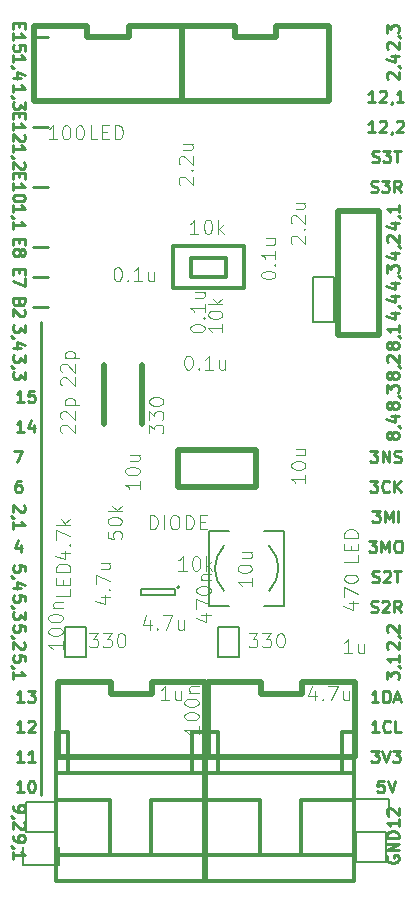
<source format=gbr>
G04 #@! TF.FileFunction,Legend,Top*
%FSLAX46Y46*%
G04 Gerber Fmt 4.6, Leading zero omitted, Abs format (unit mm)*
G04 Created by KiCad (PCBNEW 4.0.5) date 01/02/17 01:45:52*
%MOMM*%
%LPD*%
G01*
G04 APERTURE LIST*
%ADD10C,0.100000*%
%ADD11C,0.250000*%
%ADD12C,0.500000*%
%ADD13C,0.150000*%
%ADD14C,0.300000*%
%ADD15C,0.101600*%
G04 APERTURE END LIST*
D10*
D11*
X5080000Y-25400000D02*
X5080000Y-65405000D01*
X4445000Y-1270000D02*
X5715000Y-1270000D01*
X4445000Y-8890000D02*
X5715000Y-8890000D01*
X4445000Y-13970000D02*
X5715000Y-13970000D01*
X4445000Y-19050000D02*
X5715000Y-19050000D01*
X4445000Y-21590000D02*
X5715000Y-21590000D01*
X4445000Y-24130000D02*
X5715000Y-24130000D01*
X34425000Y-70611904D02*
X34377381Y-70707142D01*
X34377381Y-70849999D01*
X34425000Y-70992857D01*
X34520238Y-71088095D01*
X34615476Y-71135714D01*
X34805952Y-71183333D01*
X34948810Y-71183333D01*
X35139286Y-71135714D01*
X35234524Y-71088095D01*
X35329762Y-70992857D01*
X35377381Y-70849999D01*
X35377381Y-70754761D01*
X35329762Y-70611904D01*
X35282143Y-70564285D01*
X34948810Y-70564285D01*
X34948810Y-70754761D01*
X35377381Y-70135714D02*
X34377381Y-70135714D01*
X35377381Y-69564285D01*
X34377381Y-69564285D01*
X35377381Y-69088095D02*
X34377381Y-69088095D01*
X34377381Y-68850000D01*
X34425000Y-68707142D01*
X34520238Y-68611904D01*
X34615476Y-68564285D01*
X34805952Y-68516666D01*
X34948810Y-68516666D01*
X35139286Y-68564285D01*
X35234524Y-68611904D01*
X35329762Y-68707142D01*
X35377381Y-68850000D01*
X35377381Y-69088095D01*
X35377381Y-67500476D02*
X35377381Y-68071905D01*
X35377381Y-67786191D02*
X34377381Y-67786191D01*
X34520238Y-67881429D01*
X34615476Y-67976667D01*
X34663095Y-68071905D01*
X34472619Y-67119524D02*
X34425000Y-67071905D01*
X34377381Y-66976667D01*
X34377381Y-66738571D01*
X34425000Y-66643333D01*
X34472619Y-66595714D01*
X34567857Y-66548095D01*
X34663095Y-66548095D01*
X34805952Y-66595714D01*
X35377381Y-67167143D01*
X35377381Y-66548095D01*
X34099524Y-64222381D02*
X33623333Y-64222381D01*
X33575714Y-64698571D01*
X33623333Y-64650952D01*
X33718571Y-64603333D01*
X33956667Y-64603333D01*
X34051905Y-64650952D01*
X34099524Y-64698571D01*
X34147143Y-64793810D01*
X34147143Y-65031905D01*
X34099524Y-65127143D01*
X34051905Y-65174762D01*
X33956667Y-65222381D01*
X33718571Y-65222381D01*
X33623333Y-65174762D01*
X33575714Y-65127143D01*
X34432857Y-64222381D02*
X34766190Y-65222381D01*
X35099524Y-64222381D01*
X33051905Y-61682381D02*
X33670953Y-61682381D01*
X33337619Y-62063333D01*
X33480477Y-62063333D01*
X33575715Y-62110952D01*
X33623334Y-62158571D01*
X33670953Y-62253810D01*
X33670953Y-62491905D01*
X33623334Y-62587143D01*
X33575715Y-62634762D01*
X33480477Y-62682381D01*
X33194762Y-62682381D01*
X33099524Y-62634762D01*
X33051905Y-62587143D01*
X33956667Y-61682381D02*
X34290000Y-62682381D01*
X34623334Y-61682381D01*
X34861429Y-61682381D02*
X35480477Y-61682381D01*
X35147143Y-62063333D01*
X35290001Y-62063333D01*
X35385239Y-62110952D01*
X35432858Y-62158571D01*
X35480477Y-62253810D01*
X35480477Y-62491905D01*
X35432858Y-62587143D01*
X35385239Y-62634762D01*
X35290001Y-62682381D01*
X35004286Y-62682381D01*
X34909048Y-62634762D01*
X34861429Y-62587143D01*
X33670953Y-60142381D02*
X33099524Y-60142381D01*
X33385238Y-60142381D02*
X33385238Y-59142381D01*
X33290000Y-59285238D01*
X33194762Y-59380476D01*
X33099524Y-59428095D01*
X34670953Y-60047143D02*
X34623334Y-60094762D01*
X34480477Y-60142381D01*
X34385239Y-60142381D01*
X34242381Y-60094762D01*
X34147143Y-59999524D01*
X34099524Y-59904286D01*
X34051905Y-59713810D01*
X34051905Y-59570952D01*
X34099524Y-59380476D01*
X34147143Y-59285238D01*
X34242381Y-59190000D01*
X34385239Y-59142381D01*
X34480477Y-59142381D01*
X34623334Y-59190000D01*
X34670953Y-59237619D01*
X35575715Y-60142381D02*
X35099524Y-60142381D01*
X35099524Y-59142381D01*
X33647143Y-57602381D02*
X33075714Y-57602381D01*
X33361428Y-57602381D02*
X33361428Y-56602381D01*
X33266190Y-56745238D01*
X33170952Y-56840476D01*
X33075714Y-56888095D01*
X34075714Y-57602381D02*
X34075714Y-56602381D01*
X34313809Y-56602381D01*
X34456667Y-56650000D01*
X34551905Y-56745238D01*
X34599524Y-56840476D01*
X34647143Y-57030952D01*
X34647143Y-57173810D01*
X34599524Y-57364286D01*
X34551905Y-57459524D01*
X34456667Y-57554762D01*
X34313809Y-57602381D01*
X34075714Y-57602381D01*
X35028095Y-57316667D02*
X35504286Y-57316667D01*
X34932857Y-57602381D02*
X35266190Y-56602381D01*
X35599524Y-57602381D01*
X34377381Y-55657619D02*
X34377381Y-55038571D01*
X34758333Y-55371905D01*
X34758333Y-55229047D01*
X34805952Y-55133809D01*
X34853571Y-55086190D01*
X34948810Y-55038571D01*
X35186905Y-55038571D01*
X35282143Y-55086190D01*
X35329762Y-55133809D01*
X35377381Y-55229047D01*
X35377381Y-55514762D01*
X35329762Y-55610000D01*
X35282143Y-55657619D01*
X35329762Y-54562381D02*
X35377381Y-54562381D01*
X35472619Y-54610000D01*
X35520238Y-54657619D01*
X35377381Y-53610000D02*
X35377381Y-54181429D01*
X35377381Y-53895715D02*
X34377381Y-53895715D01*
X34520238Y-53990953D01*
X34615476Y-54086191D01*
X34663095Y-54181429D01*
X34472619Y-53070000D02*
X34425000Y-53022381D01*
X34377381Y-52927143D01*
X34377381Y-52689047D01*
X34425000Y-52593809D01*
X34472619Y-52546190D01*
X34567857Y-52498571D01*
X34663095Y-52498571D01*
X34805952Y-52546190D01*
X35377381Y-53117619D01*
X35377381Y-52498571D01*
X35329762Y-52022381D02*
X35377381Y-52022381D01*
X35472619Y-52070000D01*
X35520238Y-52117619D01*
X34472619Y-51641429D02*
X34425000Y-51593810D01*
X34377381Y-51498572D01*
X34377381Y-51260476D01*
X34425000Y-51165238D01*
X34472619Y-51117619D01*
X34567857Y-51070000D01*
X34663095Y-51070000D01*
X34805952Y-51117619D01*
X35377381Y-51689048D01*
X35377381Y-51070000D01*
X33028095Y-49934762D02*
X33170952Y-49982381D01*
X33409048Y-49982381D01*
X33504286Y-49934762D01*
X33551905Y-49887143D01*
X33599524Y-49791905D01*
X33599524Y-49696667D01*
X33551905Y-49601429D01*
X33504286Y-49553810D01*
X33409048Y-49506190D01*
X33218571Y-49458571D01*
X33123333Y-49410952D01*
X33075714Y-49363333D01*
X33028095Y-49268095D01*
X33028095Y-49172857D01*
X33075714Y-49077619D01*
X33123333Y-49030000D01*
X33218571Y-48982381D01*
X33456667Y-48982381D01*
X33599524Y-49030000D01*
X33980476Y-49077619D02*
X34028095Y-49030000D01*
X34123333Y-48982381D01*
X34361429Y-48982381D01*
X34456667Y-49030000D01*
X34504286Y-49077619D01*
X34551905Y-49172857D01*
X34551905Y-49268095D01*
X34504286Y-49410952D01*
X33932857Y-49982381D01*
X34551905Y-49982381D01*
X35551905Y-49982381D02*
X35218571Y-49506190D01*
X34980476Y-49982381D02*
X34980476Y-48982381D01*
X35361429Y-48982381D01*
X35456667Y-49030000D01*
X35504286Y-49077619D01*
X35551905Y-49172857D01*
X35551905Y-49315714D01*
X35504286Y-49410952D01*
X35456667Y-49458571D01*
X35361429Y-49506190D01*
X34980476Y-49506190D01*
X33147143Y-47394762D02*
X33290000Y-47442381D01*
X33528096Y-47442381D01*
X33623334Y-47394762D01*
X33670953Y-47347143D01*
X33718572Y-47251905D01*
X33718572Y-47156667D01*
X33670953Y-47061429D01*
X33623334Y-47013810D01*
X33528096Y-46966190D01*
X33337619Y-46918571D01*
X33242381Y-46870952D01*
X33194762Y-46823333D01*
X33147143Y-46728095D01*
X33147143Y-46632857D01*
X33194762Y-46537619D01*
X33242381Y-46490000D01*
X33337619Y-46442381D01*
X33575715Y-46442381D01*
X33718572Y-46490000D01*
X34099524Y-46537619D02*
X34147143Y-46490000D01*
X34242381Y-46442381D01*
X34480477Y-46442381D01*
X34575715Y-46490000D01*
X34623334Y-46537619D01*
X34670953Y-46632857D01*
X34670953Y-46728095D01*
X34623334Y-46870952D01*
X34051905Y-47442381D01*
X34670953Y-47442381D01*
X34956667Y-46442381D02*
X35528096Y-46442381D01*
X35242381Y-47442381D02*
X35242381Y-46442381D01*
X32861429Y-43902381D02*
X33480477Y-43902381D01*
X33147143Y-44283333D01*
X33290001Y-44283333D01*
X33385239Y-44330952D01*
X33432858Y-44378571D01*
X33480477Y-44473810D01*
X33480477Y-44711905D01*
X33432858Y-44807143D01*
X33385239Y-44854762D01*
X33290001Y-44902381D01*
X33004286Y-44902381D01*
X32909048Y-44854762D01*
X32861429Y-44807143D01*
X33909048Y-44902381D02*
X33909048Y-43902381D01*
X34242382Y-44616667D01*
X34575715Y-43902381D01*
X34575715Y-44902381D01*
X35242381Y-43902381D02*
X35432858Y-43902381D01*
X35528096Y-43950000D01*
X35623334Y-44045238D01*
X35670953Y-44235714D01*
X35670953Y-44569048D01*
X35623334Y-44759524D01*
X35528096Y-44854762D01*
X35432858Y-44902381D01*
X35242381Y-44902381D01*
X35147143Y-44854762D01*
X35051905Y-44759524D01*
X35004286Y-44569048D01*
X35004286Y-44235714D01*
X35051905Y-44045238D01*
X35147143Y-43950000D01*
X35242381Y-43902381D01*
X33147143Y-41362381D02*
X33766191Y-41362381D01*
X33432857Y-41743333D01*
X33575715Y-41743333D01*
X33670953Y-41790952D01*
X33718572Y-41838571D01*
X33766191Y-41933810D01*
X33766191Y-42171905D01*
X33718572Y-42267143D01*
X33670953Y-42314762D01*
X33575715Y-42362381D01*
X33290000Y-42362381D01*
X33194762Y-42314762D01*
X33147143Y-42267143D01*
X34194762Y-42362381D02*
X34194762Y-41362381D01*
X34528096Y-42076667D01*
X34861429Y-41362381D01*
X34861429Y-42362381D01*
X35337619Y-42362381D02*
X35337619Y-41362381D01*
X32956667Y-38822381D02*
X33575715Y-38822381D01*
X33242381Y-39203333D01*
X33385239Y-39203333D01*
X33480477Y-39250952D01*
X33528096Y-39298571D01*
X33575715Y-39393810D01*
X33575715Y-39631905D01*
X33528096Y-39727143D01*
X33480477Y-39774762D01*
X33385239Y-39822381D01*
X33099524Y-39822381D01*
X33004286Y-39774762D01*
X32956667Y-39727143D01*
X34575715Y-39727143D02*
X34528096Y-39774762D01*
X34385239Y-39822381D01*
X34290001Y-39822381D01*
X34147143Y-39774762D01*
X34051905Y-39679524D01*
X34004286Y-39584286D01*
X33956667Y-39393810D01*
X33956667Y-39250952D01*
X34004286Y-39060476D01*
X34051905Y-38965238D01*
X34147143Y-38870000D01*
X34290001Y-38822381D01*
X34385239Y-38822381D01*
X34528096Y-38870000D01*
X34575715Y-38917619D01*
X35004286Y-39822381D02*
X35004286Y-38822381D01*
X35575715Y-39822381D02*
X35147143Y-39250952D01*
X35575715Y-38822381D02*
X35004286Y-39393810D01*
X32956667Y-36282381D02*
X33575715Y-36282381D01*
X33242381Y-36663333D01*
X33385239Y-36663333D01*
X33480477Y-36710952D01*
X33528096Y-36758571D01*
X33575715Y-36853810D01*
X33575715Y-37091905D01*
X33528096Y-37187143D01*
X33480477Y-37234762D01*
X33385239Y-37282381D01*
X33099524Y-37282381D01*
X33004286Y-37234762D01*
X32956667Y-37187143D01*
X34004286Y-37282381D02*
X34004286Y-36282381D01*
X34575715Y-37282381D01*
X34575715Y-36282381D01*
X35004286Y-37234762D02*
X35147143Y-37282381D01*
X35385239Y-37282381D01*
X35480477Y-37234762D01*
X35528096Y-37187143D01*
X35575715Y-37091905D01*
X35575715Y-36996667D01*
X35528096Y-36901429D01*
X35480477Y-36853810D01*
X35385239Y-36806190D01*
X35194762Y-36758571D01*
X35099524Y-36710952D01*
X35051905Y-36663333D01*
X35004286Y-36568095D01*
X35004286Y-36472857D01*
X35051905Y-36377619D01*
X35099524Y-36330000D01*
X35194762Y-36282381D01*
X35432858Y-36282381D01*
X35575715Y-36330000D01*
X34805952Y-35099524D02*
X34758333Y-35194762D01*
X34710714Y-35242381D01*
X34615476Y-35290000D01*
X34567857Y-35290000D01*
X34472619Y-35242381D01*
X34425000Y-35194762D01*
X34377381Y-35099524D01*
X34377381Y-34909047D01*
X34425000Y-34813809D01*
X34472619Y-34766190D01*
X34567857Y-34718571D01*
X34615476Y-34718571D01*
X34710714Y-34766190D01*
X34758333Y-34813809D01*
X34805952Y-34909047D01*
X34805952Y-35099524D01*
X34853571Y-35194762D01*
X34901190Y-35242381D01*
X34996429Y-35290000D01*
X35186905Y-35290000D01*
X35282143Y-35242381D01*
X35329762Y-35194762D01*
X35377381Y-35099524D01*
X35377381Y-34909047D01*
X35329762Y-34813809D01*
X35282143Y-34766190D01*
X35186905Y-34718571D01*
X34996429Y-34718571D01*
X34901190Y-34766190D01*
X34853571Y-34813809D01*
X34805952Y-34909047D01*
X35329762Y-34242381D02*
X35377381Y-34242381D01*
X35472619Y-34290000D01*
X35520238Y-34337619D01*
X34710714Y-33385238D02*
X35377381Y-33385238D01*
X34329762Y-33623334D02*
X35044048Y-33861429D01*
X35044048Y-33242381D01*
X34805952Y-32559524D02*
X34758333Y-32654762D01*
X34710714Y-32702381D01*
X34615476Y-32750000D01*
X34567857Y-32750000D01*
X34472619Y-32702381D01*
X34425000Y-32654762D01*
X34377381Y-32559524D01*
X34377381Y-32369047D01*
X34425000Y-32273809D01*
X34472619Y-32226190D01*
X34567857Y-32178571D01*
X34615476Y-32178571D01*
X34710714Y-32226190D01*
X34758333Y-32273809D01*
X34805952Y-32369047D01*
X34805952Y-32559524D01*
X34853571Y-32654762D01*
X34901190Y-32702381D01*
X34996429Y-32750000D01*
X35186905Y-32750000D01*
X35282143Y-32702381D01*
X35329762Y-32654762D01*
X35377381Y-32559524D01*
X35377381Y-32369047D01*
X35329762Y-32273809D01*
X35282143Y-32226190D01*
X35186905Y-32178571D01*
X34996429Y-32178571D01*
X34901190Y-32226190D01*
X34853571Y-32273809D01*
X34805952Y-32369047D01*
X35329762Y-31702381D02*
X35377381Y-31702381D01*
X35472619Y-31750000D01*
X35520238Y-31797619D01*
X34377381Y-31369048D02*
X34377381Y-30750000D01*
X34758333Y-31083334D01*
X34758333Y-30940476D01*
X34805952Y-30845238D01*
X34853571Y-30797619D01*
X34948810Y-30750000D01*
X35186905Y-30750000D01*
X35282143Y-30797619D01*
X35329762Y-30845238D01*
X35377381Y-30940476D01*
X35377381Y-31226191D01*
X35329762Y-31321429D01*
X35282143Y-31369048D01*
X34805952Y-30019524D02*
X34758333Y-30114762D01*
X34710714Y-30162381D01*
X34615476Y-30210000D01*
X34567857Y-30210000D01*
X34472619Y-30162381D01*
X34425000Y-30114762D01*
X34377381Y-30019524D01*
X34377381Y-29829047D01*
X34425000Y-29733809D01*
X34472619Y-29686190D01*
X34567857Y-29638571D01*
X34615476Y-29638571D01*
X34710714Y-29686190D01*
X34758333Y-29733809D01*
X34805952Y-29829047D01*
X34805952Y-30019524D01*
X34853571Y-30114762D01*
X34901190Y-30162381D01*
X34996429Y-30210000D01*
X35186905Y-30210000D01*
X35282143Y-30162381D01*
X35329762Y-30114762D01*
X35377381Y-30019524D01*
X35377381Y-29829047D01*
X35329762Y-29733809D01*
X35282143Y-29686190D01*
X35186905Y-29638571D01*
X34996429Y-29638571D01*
X34901190Y-29686190D01*
X34853571Y-29733809D01*
X34805952Y-29829047D01*
X35329762Y-29162381D02*
X35377381Y-29162381D01*
X35472619Y-29210000D01*
X35520238Y-29257619D01*
X34472619Y-28781429D02*
X34425000Y-28733810D01*
X34377381Y-28638572D01*
X34377381Y-28400476D01*
X34425000Y-28305238D01*
X34472619Y-28257619D01*
X34567857Y-28210000D01*
X34663095Y-28210000D01*
X34805952Y-28257619D01*
X35377381Y-28829048D01*
X35377381Y-28210000D01*
X34805952Y-27479524D02*
X34758333Y-27574762D01*
X34710714Y-27622381D01*
X34615476Y-27670000D01*
X34567857Y-27670000D01*
X34472619Y-27622381D01*
X34425000Y-27574762D01*
X34377381Y-27479524D01*
X34377381Y-27289047D01*
X34425000Y-27193809D01*
X34472619Y-27146190D01*
X34567857Y-27098571D01*
X34615476Y-27098571D01*
X34710714Y-27146190D01*
X34758333Y-27193809D01*
X34805952Y-27289047D01*
X34805952Y-27479524D01*
X34853571Y-27574762D01*
X34901190Y-27622381D01*
X34996429Y-27670000D01*
X35186905Y-27670000D01*
X35282143Y-27622381D01*
X35329762Y-27574762D01*
X35377381Y-27479524D01*
X35377381Y-27289047D01*
X35329762Y-27193809D01*
X35282143Y-27146190D01*
X35186905Y-27098571D01*
X34996429Y-27098571D01*
X34901190Y-27146190D01*
X34853571Y-27193809D01*
X34805952Y-27289047D01*
X35329762Y-26622381D02*
X35377381Y-26622381D01*
X35472619Y-26670000D01*
X35520238Y-26717619D01*
X35377381Y-25670000D02*
X35377381Y-26241429D01*
X35377381Y-25955715D02*
X34377381Y-25955715D01*
X34520238Y-26050953D01*
X34615476Y-26146191D01*
X34663095Y-26241429D01*
X34710714Y-24653809D02*
X35377381Y-24653809D01*
X34329762Y-24891905D02*
X35044048Y-25130000D01*
X35044048Y-24510952D01*
X35329762Y-24082381D02*
X35377381Y-24082381D01*
X35472619Y-24130000D01*
X35520238Y-24177619D01*
X34710714Y-23225238D02*
X35377381Y-23225238D01*
X34329762Y-23463334D02*
X35044048Y-23701429D01*
X35044048Y-23082381D01*
X34710714Y-22113809D02*
X35377381Y-22113809D01*
X34329762Y-22351905D02*
X35044048Y-22590000D01*
X35044048Y-21970952D01*
X35329762Y-21542381D02*
X35377381Y-21542381D01*
X35472619Y-21590000D01*
X35520238Y-21637619D01*
X34377381Y-21209048D02*
X34377381Y-20590000D01*
X34758333Y-20923334D01*
X34758333Y-20780476D01*
X34805952Y-20685238D01*
X34853571Y-20637619D01*
X34948810Y-20590000D01*
X35186905Y-20590000D01*
X35282143Y-20637619D01*
X35329762Y-20685238D01*
X35377381Y-20780476D01*
X35377381Y-21066191D01*
X35329762Y-21161429D01*
X35282143Y-21209048D01*
X34710714Y-19573809D02*
X35377381Y-19573809D01*
X34329762Y-19811905D02*
X35044048Y-20050000D01*
X35044048Y-19430952D01*
X35329762Y-19002381D02*
X35377381Y-19002381D01*
X35472619Y-19050000D01*
X35520238Y-19097619D01*
X34472619Y-18621429D02*
X34425000Y-18573810D01*
X34377381Y-18478572D01*
X34377381Y-18240476D01*
X34425000Y-18145238D01*
X34472619Y-18097619D01*
X34567857Y-18050000D01*
X34663095Y-18050000D01*
X34805952Y-18097619D01*
X35377381Y-18669048D01*
X35377381Y-18050000D01*
X34710714Y-17033809D02*
X35377381Y-17033809D01*
X34329762Y-17271905D02*
X35044048Y-17510000D01*
X35044048Y-16890952D01*
X35329762Y-16462381D02*
X35377381Y-16462381D01*
X35472619Y-16510000D01*
X35520238Y-16557619D01*
X35377381Y-15510000D02*
X35377381Y-16081429D01*
X35377381Y-15795715D02*
X34377381Y-15795715D01*
X34520238Y-15890953D01*
X34615476Y-15986191D01*
X34663095Y-16081429D01*
X33028095Y-14374762D02*
X33170952Y-14422381D01*
X33409048Y-14422381D01*
X33504286Y-14374762D01*
X33551905Y-14327143D01*
X33599524Y-14231905D01*
X33599524Y-14136667D01*
X33551905Y-14041429D01*
X33504286Y-13993810D01*
X33409048Y-13946190D01*
X33218571Y-13898571D01*
X33123333Y-13850952D01*
X33075714Y-13803333D01*
X33028095Y-13708095D01*
X33028095Y-13612857D01*
X33075714Y-13517619D01*
X33123333Y-13470000D01*
X33218571Y-13422381D01*
X33456667Y-13422381D01*
X33599524Y-13470000D01*
X33932857Y-13422381D02*
X34551905Y-13422381D01*
X34218571Y-13803333D01*
X34361429Y-13803333D01*
X34456667Y-13850952D01*
X34504286Y-13898571D01*
X34551905Y-13993810D01*
X34551905Y-14231905D01*
X34504286Y-14327143D01*
X34456667Y-14374762D01*
X34361429Y-14422381D01*
X34075714Y-14422381D01*
X33980476Y-14374762D01*
X33932857Y-14327143D01*
X35551905Y-14422381D02*
X35218571Y-13946190D01*
X34980476Y-14422381D02*
X34980476Y-13422381D01*
X35361429Y-13422381D01*
X35456667Y-13470000D01*
X35504286Y-13517619D01*
X35551905Y-13612857D01*
X35551905Y-13755714D01*
X35504286Y-13850952D01*
X35456667Y-13898571D01*
X35361429Y-13946190D01*
X34980476Y-13946190D01*
X33147143Y-11834762D02*
X33290000Y-11882381D01*
X33528096Y-11882381D01*
X33623334Y-11834762D01*
X33670953Y-11787143D01*
X33718572Y-11691905D01*
X33718572Y-11596667D01*
X33670953Y-11501429D01*
X33623334Y-11453810D01*
X33528096Y-11406190D01*
X33337619Y-11358571D01*
X33242381Y-11310952D01*
X33194762Y-11263333D01*
X33147143Y-11168095D01*
X33147143Y-11072857D01*
X33194762Y-10977619D01*
X33242381Y-10930000D01*
X33337619Y-10882381D01*
X33575715Y-10882381D01*
X33718572Y-10930000D01*
X34051905Y-10882381D02*
X34670953Y-10882381D01*
X34337619Y-11263333D01*
X34480477Y-11263333D01*
X34575715Y-11310952D01*
X34623334Y-11358571D01*
X34670953Y-11453810D01*
X34670953Y-11691905D01*
X34623334Y-11787143D01*
X34575715Y-11834762D01*
X34480477Y-11882381D01*
X34194762Y-11882381D01*
X34099524Y-11834762D01*
X34051905Y-11787143D01*
X34956667Y-10882381D02*
X35528096Y-10882381D01*
X35242381Y-11882381D02*
X35242381Y-10882381D01*
X33385239Y-9342381D02*
X32813810Y-9342381D01*
X33099524Y-9342381D02*
X33099524Y-8342381D01*
X33004286Y-8485238D01*
X32909048Y-8580476D01*
X32813810Y-8628095D01*
X33766191Y-8437619D02*
X33813810Y-8390000D01*
X33909048Y-8342381D01*
X34147144Y-8342381D01*
X34242382Y-8390000D01*
X34290001Y-8437619D01*
X34337620Y-8532857D01*
X34337620Y-8628095D01*
X34290001Y-8770952D01*
X33718572Y-9342381D01*
X34337620Y-9342381D01*
X34813810Y-9294762D02*
X34813810Y-9342381D01*
X34766191Y-9437619D01*
X34718572Y-9485238D01*
X35194762Y-8437619D02*
X35242381Y-8390000D01*
X35337619Y-8342381D01*
X35575715Y-8342381D01*
X35670953Y-8390000D01*
X35718572Y-8437619D01*
X35766191Y-8532857D01*
X35766191Y-8628095D01*
X35718572Y-8770952D01*
X35147143Y-9342381D01*
X35766191Y-9342381D01*
X33385239Y-6802381D02*
X32813810Y-6802381D01*
X33099524Y-6802381D02*
X33099524Y-5802381D01*
X33004286Y-5945238D01*
X32909048Y-6040476D01*
X32813810Y-6088095D01*
X33766191Y-5897619D02*
X33813810Y-5850000D01*
X33909048Y-5802381D01*
X34147144Y-5802381D01*
X34242382Y-5850000D01*
X34290001Y-5897619D01*
X34337620Y-5992857D01*
X34337620Y-6088095D01*
X34290001Y-6230952D01*
X33718572Y-6802381D01*
X34337620Y-6802381D01*
X34813810Y-6754762D02*
X34813810Y-6802381D01*
X34766191Y-6897619D01*
X34718572Y-6945238D01*
X35766191Y-6802381D02*
X35194762Y-6802381D01*
X35480476Y-6802381D02*
X35480476Y-5802381D01*
X35385238Y-5945238D01*
X35290000Y-6040476D01*
X35194762Y-6088095D01*
X34472619Y-4810000D02*
X34425000Y-4762381D01*
X34377381Y-4667143D01*
X34377381Y-4429047D01*
X34425000Y-4333809D01*
X34472619Y-4286190D01*
X34567857Y-4238571D01*
X34663095Y-4238571D01*
X34805952Y-4286190D01*
X35377381Y-4857619D01*
X35377381Y-4238571D01*
X35329762Y-3762381D02*
X35377381Y-3762381D01*
X35472619Y-3810000D01*
X35520238Y-3857619D01*
X34710714Y-2905238D02*
X35377381Y-2905238D01*
X34329762Y-3143334D02*
X35044048Y-3381429D01*
X35044048Y-2762381D01*
X34472619Y-2270000D02*
X34425000Y-2222381D01*
X34377381Y-2127143D01*
X34377381Y-1889047D01*
X34425000Y-1793809D01*
X34472619Y-1746190D01*
X34567857Y-1698571D01*
X34663095Y-1698571D01*
X34805952Y-1746190D01*
X35377381Y-2317619D01*
X35377381Y-1698571D01*
X35329762Y-1222381D02*
X35377381Y-1222381D01*
X35472619Y-1270000D01*
X35520238Y-1317619D01*
X34377381Y-889048D02*
X34377381Y-270000D01*
X34758333Y-603334D01*
X34758333Y-460476D01*
X34805952Y-365238D01*
X34853571Y-317619D01*
X34948810Y-270000D01*
X35186905Y-270000D01*
X35282143Y-317619D01*
X35329762Y-365238D01*
X35377381Y-460476D01*
X35377381Y-746191D01*
X35329762Y-841429D01*
X35282143Y-889048D01*
X2722619Y-66405238D02*
X2722619Y-66595714D01*
X2770238Y-66690953D01*
X2817857Y-66738572D01*
X2960714Y-66833810D01*
X3151190Y-66881429D01*
X3532143Y-66881429D01*
X3627381Y-66833810D01*
X3675000Y-66786191D01*
X3722619Y-66690953D01*
X3722619Y-66500476D01*
X3675000Y-66405238D01*
X3627381Y-66357619D01*
X3532143Y-66310000D01*
X3294048Y-66310000D01*
X3198810Y-66357619D01*
X3151190Y-66405238D01*
X3103571Y-66500476D01*
X3103571Y-66690953D01*
X3151190Y-66786191D01*
X3198810Y-66833810D01*
X3294048Y-66881429D01*
X2770238Y-67357619D02*
X2722619Y-67357619D01*
X2627381Y-67310000D01*
X2579762Y-67262381D01*
X3627381Y-67738571D02*
X3675000Y-67786190D01*
X3722619Y-67881428D01*
X3722619Y-68119524D01*
X3675000Y-68214762D01*
X3627381Y-68262381D01*
X3532143Y-68310000D01*
X3436905Y-68310000D01*
X3294048Y-68262381D01*
X2722619Y-67690952D01*
X2722619Y-68310000D01*
X2722619Y-68945238D02*
X2722619Y-69135714D01*
X2770238Y-69230953D01*
X2817857Y-69278572D01*
X2960714Y-69373810D01*
X3151190Y-69421429D01*
X3532143Y-69421429D01*
X3627381Y-69373810D01*
X3675000Y-69326191D01*
X3722619Y-69230953D01*
X3722619Y-69040476D01*
X3675000Y-68945238D01*
X3627381Y-68897619D01*
X3532143Y-68850000D01*
X3294048Y-68850000D01*
X3198810Y-68897619D01*
X3151190Y-68945238D01*
X3103571Y-69040476D01*
X3103571Y-69230953D01*
X3151190Y-69326191D01*
X3198810Y-69373810D01*
X3294048Y-69421429D01*
X2770238Y-69897619D02*
X2722619Y-69897619D01*
X2627381Y-69850000D01*
X2579762Y-69802381D01*
X2722619Y-70850000D02*
X2722619Y-70278571D01*
X2722619Y-70564285D02*
X3722619Y-70564285D01*
X3579762Y-70469047D01*
X3484524Y-70373809D01*
X3436905Y-70278571D01*
X3619524Y-65222381D02*
X3048095Y-65222381D01*
X3333809Y-65222381D02*
X3333809Y-64222381D01*
X3238571Y-64365238D01*
X3143333Y-64460476D01*
X3048095Y-64508095D01*
X4238571Y-64222381D02*
X4333810Y-64222381D01*
X4429048Y-64270000D01*
X4476667Y-64317619D01*
X4524286Y-64412857D01*
X4571905Y-64603333D01*
X4571905Y-64841429D01*
X4524286Y-65031905D01*
X4476667Y-65127143D01*
X4429048Y-65174762D01*
X4333810Y-65222381D01*
X4238571Y-65222381D01*
X4143333Y-65174762D01*
X4095714Y-65127143D01*
X4048095Y-65031905D01*
X4000476Y-64841429D01*
X4000476Y-64603333D01*
X4048095Y-64412857D01*
X4095714Y-64317619D01*
X4143333Y-64270000D01*
X4238571Y-64222381D01*
X3619524Y-62682381D02*
X3048095Y-62682381D01*
X3333809Y-62682381D02*
X3333809Y-61682381D01*
X3238571Y-61825238D01*
X3143333Y-61920476D01*
X3048095Y-61968095D01*
X4571905Y-62682381D02*
X4000476Y-62682381D01*
X4286190Y-62682381D02*
X4286190Y-61682381D01*
X4190952Y-61825238D01*
X4095714Y-61920476D01*
X4000476Y-61968095D01*
X3619524Y-60142381D02*
X3048095Y-60142381D01*
X3333809Y-60142381D02*
X3333809Y-59142381D01*
X3238571Y-59285238D01*
X3143333Y-59380476D01*
X3048095Y-59428095D01*
X4000476Y-59237619D02*
X4048095Y-59190000D01*
X4143333Y-59142381D01*
X4381429Y-59142381D01*
X4476667Y-59190000D01*
X4524286Y-59237619D01*
X4571905Y-59332857D01*
X4571905Y-59428095D01*
X4524286Y-59570952D01*
X3952857Y-60142381D01*
X4571905Y-60142381D01*
X3619524Y-57602381D02*
X3048095Y-57602381D01*
X3333809Y-57602381D02*
X3333809Y-56602381D01*
X3238571Y-56745238D01*
X3143333Y-56840476D01*
X3048095Y-56888095D01*
X3952857Y-56602381D02*
X4571905Y-56602381D01*
X4238571Y-56983333D01*
X4381429Y-56983333D01*
X4476667Y-57030952D01*
X4524286Y-57078571D01*
X4571905Y-57173810D01*
X4571905Y-57411905D01*
X4524286Y-57507143D01*
X4476667Y-57554762D01*
X4381429Y-57602381D01*
X4095714Y-57602381D01*
X4000476Y-57554762D01*
X3952857Y-57507143D01*
X3722619Y-54133810D02*
X3722619Y-53657619D01*
X3246429Y-53610000D01*
X3294048Y-53657619D01*
X3341667Y-53752857D01*
X3341667Y-53990953D01*
X3294048Y-54086191D01*
X3246429Y-54133810D01*
X3151190Y-54181429D01*
X2913095Y-54181429D01*
X2817857Y-54133810D01*
X2770238Y-54086191D01*
X2722619Y-53990953D01*
X2722619Y-53752857D01*
X2770238Y-53657619D01*
X2817857Y-53610000D01*
X2770238Y-54657619D02*
X2722619Y-54657619D01*
X2627381Y-54610000D01*
X2579762Y-54562381D01*
X2722619Y-55610000D02*
X2722619Y-55038571D01*
X2722619Y-55324285D02*
X3722619Y-55324285D01*
X3579762Y-55229047D01*
X3484524Y-55133809D01*
X3436905Y-55038571D01*
X3722619Y-51593810D02*
X3722619Y-51117619D01*
X3246429Y-51070000D01*
X3294048Y-51117619D01*
X3341667Y-51212857D01*
X3341667Y-51450953D01*
X3294048Y-51546191D01*
X3246429Y-51593810D01*
X3151190Y-51641429D01*
X2913095Y-51641429D01*
X2817857Y-51593810D01*
X2770238Y-51546191D01*
X2722619Y-51450953D01*
X2722619Y-51212857D01*
X2770238Y-51117619D01*
X2817857Y-51070000D01*
X2770238Y-52117619D02*
X2722619Y-52117619D01*
X2627381Y-52070000D01*
X2579762Y-52022381D01*
X3627381Y-52498571D02*
X3675000Y-52546190D01*
X3722619Y-52641428D01*
X3722619Y-52879524D01*
X3675000Y-52974762D01*
X3627381Y-53022381D01*
X3532143Y-53070000D01*
X3436905Y-53070000D01*
X3294048Y-53022381D01*
X2722619Y-52450952D01*
X2722619Y-53070000D01*
X3722619Y-49053810D02*
X3722619Y-48577619D01*
X3246429Y-48530000D01*
X3294048Y-48577619D01*
X3341667Y-48672857D01*
X3341667Y-48910953D01*
X3294048Y-49006191D01*
X3246429Y-49053810D01*
X3151190Y-49101429D01*
X2913095Y-49101429D01*
X2817857Y-49053810D01*
X2770238Y-49006191D01*
X2722619Y-48910953D01*
X2722619Y-48672857D01*
X2770238Y-48577619D01*
X2817857Y-48530000D01*
X2770238Y-49577619D02*
X2722619Y-49577619D01*
X2627381Y-49530000D01*
X2579762Y-49482381D01*
X3722619Y-49910952D02*
X3722619Y-50530000D01*
X3341667Y-50196666D01*
X3341667Y-50339524D01*
X3294048Y-50434762D01*
X3246429Y-50482381D01*
X3151190Y-50530000D01*
X2913095Y-50530000D01*
X2817857Y-50482381D01*
X2770238Y-50434762D01*
X2722619Y-50339524D01*
X2722619Y-50053809D01*
X2770238Y-49958571D01*
X2817857Y-49910952D01*
X3722619Y-46513810D02*
X3722619Y-46037619D01*
X3246429Y-45990000D01*
X3294048Y-46037619D01*
X3341667Y-46132857D01*
X3341667Y-46370953D01*
X3294048Y-46466191D01*
X3246429Y-46513810D01*
X3151190Y-46561429D01*
X2913095Y-46561429D01*
X2817857Y-46513810D01*
X2770238Y-46466191D01*
X2722619Y-46370953D01*
X2722619Y-46132857D01*
X2770238Y-46037619D01*
X2817857Y-45990000D01*
X2770238Y-47037619D02*
X2722619Y-47037619D01*
X2627381Y-46990000D01*
X2579762Y-46942381D01*
X3389286Y-47894762D02*
X2722619Y-47894762D01*
X3770238Y-47656666D02*
X3055952Y-47418571D01*
X3055952Y-48037619D01*
X3365477Y-44235714D02*
X3365477Y-44902381D01*
X3127381Y-43854762D02*
X2889286Y-44569048D01*
X3508334Y-44569048D01*
X3627381Y-40910000D02*
X3675000Y-40957619D01*
X3722619Y-41052857D01*
X3722619Y-41290953D01*
X3675000Y-41386191D01*
X3627381Y-41433810D01*
X3532143Y-41481429D01*
X3436905Y-41481429D01*
X3294048Y-41433810D01*
X2722619Y-40862381D01*
X2722619Y-41481429D01*
X2770238Y-41957619D02*
X2722619Y-41957619D01*
X2627381Y-41910000D01*
X2579762Y-41862381D01*
X2722619Y-42910000D02*
X2722619Y-42338571D01*
X2722619Y-42624285D02*
X3722619Y-42624285D01*
X3579762Y-42529047D01*
X3484524Y-42433809D01*
X3436905Y-42338571D01*
X3365477Y-38822381D02*
X3175000Y-38822381D01*
X3079762Y-38870000D01*
X3032143Y-38917619D01*
X2936905Y-39060476D01*
X2889286Y-39250952D01*
X2889286Y-39631905D01*
X2936905Y-39727143D01*
X2984524Y-39774762D01*
X3079762Y-39822381D01*
X3270239Y-39822381D01*
X3365477Y-39774762D01*
X3413096Y-39727143D01*
X3460715Y-39631905D01*
X3460715Y-39393810D01*
X3413096Y-39298571D01*
X3365477Y-39250952D01*
X3270239Y-39203333D01*
X3079762Y-39203333D01*
X2984524Y-39250952D01*
X2936905Y-39298571D01*
X2889286Y-39393810D01*
X2841667Y-36282381D02*
X3508334Y-36282381D01*
X3079762Y-37282381D01*
X3619524Y-34742381D02*
X3048095Y-34742381D01*
X3333809Y-34742381D02*
X3333809Y-33742381D01*
X3238571Y-33885238D01*
X3143333Y-33980476D01*
X3048095Y-34028095D01*
X4476667Y-34075714D02*
X4476667Y-34742381D01*
X4238571Y-33694762D02*
X4000476Y-34409048D01*
X4619524Y-34409048D01*
X3619524Y-32202381D02*
X3048095Y-32202381D01*
X3333809Y-32202381D02*
X3333809Y-31202381D01*
X3238571Y-31345238D01*
X3143333Y-31440476D01*
X3048095Y-31488095D01*
X4524286Y-31202381D02*
X4048095Y-31202381D01*
X4000476Y-31678571D01*
X4048095Y-31630952D01*
X4143333Y-31583333D01*
X4381429Y-31583333D01*
X4476667Y-31630952D01*
X4524286Y-31678571D01*
X4571905Y-31773810D01*
X4571905Y-32011905D01*
X4524286Y-32107143D01*
X4476667Y-32154762D01*
X4381429Y-32202381D01*
X4143333Y-32202381D01*
X4048095Y-32154762D01*
X4000476Y-32107143D01*
X3722619Y-28162381D02*
X3722619Y-28781429D01*
X3341667Y-28448095D01*
X3341667Y-28590953D01*
X3294048Y-28686191D01*
X3246429Y-28733810D01*
X3151190Y-28781429D01*
X2913095Y-28781429D01*
X2817857Y-28733810D01*
X2770238Y-28686191D01*
X2722619Y-28590953D01*
X2722619Y-28305238D01*
X2770238Y-28210000D01*
X2817857Y-28162381D01*
X2770238Y-29257619D02*
X2722619Y-29257619D01*
X2627381Y-29210000D01*
X2579762Y-29162381D01*
X3722619Y-29590952D02*
X3722619Y-30210000D01*
X3341667Y-29876666D01*
X3341667Y-30019524D01*
X3294048Y-30114762D01*
X3246429Y-30162381D01*
X3151190Y-30210000D01*
X2913095Y-30210000D01*
X2817857Y-30162381D01*
X2770238Y-30114762D01*
X2722619Y-30019524D01*
X2722619Y-29733809D01*
X2770238Y-29638571D01*
X2817857Y-29590952D01*
X3722619Y-25622381D02*
X3722619Y-26241429D01*
X3341667Y-25908095D01*
X3341667Y-26050953D01*
X3294048Y-26146191D01*
X3246429Y-26193810D01*
X3151190Y-26241429D01*
X2913095Y-26241429D01*
X2817857Y-26193810D01*
X2770238Y-26146191D01*
X2722619Y-26050953D01*
X2722619Y-25765238D01*
X2770238Y-25670000D01*
X2817857Y-25622381D01*
X2770238Y-26717619D02*
X2722619Y-26717619D01*
X2627381Y-26670000D01*
X2579762Y-26622381D01*
X3389286Y-27574762D02*
X2722619Y-27574762D01*
X3770238Y-27336666D02*
X3055952Y-27098571D01*
X3055952Y-27717619D01*
X3246429Y-23725239D02*
X3198810Y-23868096D01*
X3151190Y-23915715D01*
X3055952Y-23963334D01*
X2913095Y-23963334D01*
X2817857Y-23915715D01*
X2770238Y-23868096D01*
X2722619Y-23772858D01*
X2722619Y-23391905D01*
X3722619Y-23391905D01*
X3722619Y-23725239D01*
X3675000Y-23820477D01*
X3627381Y-23868096D01*
X3532143Y-23915715D01*
X3436905Y-23915715D01*
X3341667Y-23868096D01*
X3294048Y-23820477D01*
X3246429Y-23725239D01*
X3246429Y-23391905D01*
X3627381Y-24344286D02*
X3675000Y-24391905D01*
X3722619Y-24487143D01*
X3722619Y-24725239D01*
X3675000Y-24820477D01*
X3627381Y-24868096D01*
X3532143Y-24915715D01*
X3436905Y-24915715D01*
X3294048Y-24868096D01*
X2722619Y-24296667D01*
X2722619Y-24915715D01*
X3246429Y-20899524D02*
X3246429Y-21232858D01*
X2722619Y-21375715D02*
X2722619Y-20899524D01*
X3722619Y-20899524D01*
X3722619Y-21375715D01*
X3722619Y-21709048D02*
X3722619Y-22375715D01*
X2722619Y-21947143D01*
X3246429Y-18359524D02*
X3246429Y-18692858D01*
X2722619Y-18835715D02*
X2722619Y-18359524D01*
X3722619Y-18359524D01*
X3722619Y-18835715D01*
X3294048Y-19407143D02*
X3341667Y-19311905D01*
X3389286Y-19264286D01*
X3484524Y-19216667D01*
X3532143Y-19216667D01*
X3627381Y-19264286D01*
X3675000Y-19311905D01*
X3722619Y-19407143D01*
X3722619Y-19597620D01*
X3675000Y-19692858D01*
X3627381Y-19740477D01*
X3532143Y-19788096D01*
X3484524Y-19788096D01*
X3389286Y-19740477D01*
X3341667Y-19692858D01*
X3294048Y-19597620D01*
X3294048Y-19407143D01*
X3246429Y-19311905D01*
X3198810Y-19264286D01*
X3103571Y-19216667D01*
X2913095Y-19216667D01*
X2817857Y-19264286D01*
X2770238Y-19311905D01*
X2722619Y-19407143D01*
X2722619Y-19597620D01*
X2770238Y-19692858D01*
X2817857Y-19740477D01*
X2913095Y-19788096D01*
X3103571Y-19788096D01*
X3198810Y-19740477D01*
X3246429Y-19692858D01*
X3294048Y-19597620D01*
X2722619Y-16081429D02*
X2722619Y-15510000D01*
X2722619Y-15795714D02*
X3722619Y-15795714D01*
X3579762Y-15700476D01*
X3484524Y-15605238D01*
X3436905Y-15510000D01*
X2770238Y-16557619D02*
X2722619Y-16557619D01*
X2627381Y-16510000D01*
X2579762Y-16462381D01*
X2722619Y-17510000D02*
X2722619Y-16938571D01*
X2722619Y-17224285D02*
X3722619Y-17224285D01*
X3579762Y-17129047D01*
X3484524Y-17033809D01*
X3436905Y-16938571D01*
X3246429Y-12803333D02*
X3246429Y-13136667D01*
X2722619Y-13279524D02*
X2722619Y-12803333D01*
X3722619Y-12803333D01*
X3722619Y-13279524D01*
X2722619Y-14231905D02*
X2722619Y-13660476D01*
X2722619Y-13946190D02*
X3722619Y-13946190D01*
X3579762Y-13850952D01*
X3484524Y-13755714D01*
X3436905Y-13660476D01*
X3722619Y-14850952D02*
X3722619Y-14946191D01*
X3675000Y-15041429D01*
X3627381Y-15089048D01*
X3532143Y-15136667D01*
X3341667Y-15184286D01*
X3103571Y-15184286D01*
X2913095Y-15136667D01*
X2817857Y-15089048D01*
X2770238Y-15041429D01*
X2722619Y-14946191D01*
X2722619Y-14850952D01*
X2770238Y-14755714D01*
X2817857Y-14708095D01*
X2913095Y-14660476D01*
X3103571Y-14612857D01*
X3341667Y-14612857D01*
X3532143Y-14660476D01*
X3627381Y-14708095D01*
X3675000Y-14755714D01*
X3722619Y-14850952D01*
X2722619Y-11001429D02*
X2722619Y-10430000D01*
X2722619Y-10715714D02*
X3722619Y-10715714D01*
X3579762Y-10620476D01*
X3484524Y-10525238D01*
X3436905Y-10430000D01*
X2770238Y-11477619D02*
X2722619Y-11477619D01*
X2627381Y-11430000D01*
X2579762Y-11382381D01*
X3627381Y-11858571D02*
X3675000Y-11906190D01*
X3722619Y-12001428D01*
X3722619Y-12239524D01*
X3675000Y-12334762D01*
X3627381Y-12382381D01*
X3532143Y-12430000D01*
X3436905Y-12430000D01*
X3294048Y-12382381D01*
X2722619Y-11810952D01*
X2722619Y-12430000D01*
X3246429Y-7723333D02*
X3246429Y-8056667D01*
X2722619Y-8199524D02*
X2722619Y-7723333D01*
X3722619Y-7723333D01*
X3722619Y-8199524D01*
X2722619Y-9151905D02*
X2722619Y-8580476D01*
X2722619Y-8866190D02*
X3722619Y-8866190D01*
X3579762Y-8770952D01*
X3484524Y-8675714D01*
X3436905Y-8580476D01*
X3627381Y-9532857D02*
X3675000Y-9580476D01*
X3722619Y-9675714D01*
X3722619Y-9913810D01*
X3675000Y-10009048D01*
X3627381Y-10056667D01*
X3532143Y-10104286D01*
X3436905Y-10104286D01*
X3294048Y-10056667D01*
X2722619Y-9485238D01*
X2722619Y-10104286D01*
X2722619Y-5921429D02*
X2722619Y-5350000D01*
X2722619Y-5635714D02*
X3722619Y-5635714D01*
X3579762Y-5540476D01*
X3484524Y-5445238D01*
X3436905Y-5350000D01*
X2770238Y-6397619D02*
X2722619Y-6397619D01*
X2627381Y-6350000D01*
X2579762Y-6302381D01*
X3722619Y-6730952D02*
X3722619Y-7350000D01*
X3341667Y-7016666D01*
X3341667Y-7159524D01*
X3294048Y-7254762D01*
X3246429Y-7302381D01*
X3151190Y-7350000D01*
X2913095Y-7350000D01*
X2817857Y-7302381D01*
X2770238Y-7254762D01*
X2722619Y-7159524D01*
X2722619Y-6873809D01*
X2770238Y-6778571D01*
X2817857Y-6730952D01*
X3246429Y-103333D02*
X3246429Y-436667D01*
X2722619Y-579524D02*
X2722619Y-103333D01*
X3722619Y-103333D01*
X3722619Y-579524D01*
X2722619Y-1531905D02*
X2722619Y-960476D01*
X2722619Y-1246190D02*
X3722619Y-1246190D01*
X3579762Y-1150952D01*
X3484524Y-1055714D01*
X3436905Y-960476D01*
X3722619Y-2436667D02*
X3722619Y-1960476D01*
X3246429Y-1912857D01*
X3294048Y-1960476D01*
X3341667Y-2055714D01*
X3341667Y-2293810D01*
X3294048Y-2389048D01*
X3246429Y-2436667D01*
X3151190Y-2484286D01*
X2913095Y-2484286D01*
X2817857Y-2436667D01*
X2770238Y-2389048D01*
X2722619Y-2293810D01*
X2722619Y-2055714D01*
X2770238Y-1960476D01*
X2817857Y-1912857D01*
X2722619Y-3381429D02*
X2722619Y-2810000D01*
X2722619Y-3095714D02*
X3722619Y-3095714D01*
X3579762Y-3000476D01*
X3484524Y-2905238D01*
X3436905Y-2810000D01*
X2770238Y-3857619D02*
X2722619Y-3857619D01*
X2627381Y-3810000D01*
X2579762Y-3762381D01*
X3389286Y-4714762D02*
X2722619Y-4714762D01*
X3770238Y-4476666D02*
X3055952Y-4238571D01*
X3055952Y-4857619D01*
D12*
X33700000Y-16000000D02*
X30200000Y-16000000D01*
X33700000Y-26500000D02*
X33700000Y-16000000D01*
X30200000Y-26500000D02*
X30200000Y-16000000D01*
X30200000Y-26500000D02*
X33700000Y-26500000D01*
X10400000Y-29000000D02*
X10400000Y-34000000D01*
X13600000Y-34000000D02*
X13600000Y-29000000D01*
X29500000Y-300000D02*
X25000000Y-300000D01*
X25000000Y-300000D02*
X25000000Y-1300000D01*
X25000000Y-1300000D02*
X21500000Y-1300000D01*
X21500000Y-1300000D02*
X21500000Y-300000D01*
X21500000Y-300000D02*
X17000000Y-300000D01*
X17000000Y-6700000D02*
X29500000Y-6700000D01*
X17000000Y-300000D02*
X17000000Y-6700000D01*
X29500000Y-6700000D02*
X29500000Y-300000D01*
X17000000Y-300000D02*
X12500000Y-300000D01*
X12500000Y-300000D02*
X12500000Y-1300000D01*
X12500000Y-1300000D02*
X9000000Y-1300000D01*
X9000000Y-1300000D02*
X9000000Y-300000D01*
X9000000Y-300000D02*
X4500000Y-300000D01*
X4500000Y-6700000D02*
X17000000Y-6700000D01*
X4500000Y-300000D02*
X4500000Y-6700000D01*
X17000000Y-6700000D02*
X17000000Y-300000D01*
D13*
X28111000Y-21595000D02*
X28111000Y-25405000D01*
X28111000Y-25405000D02*
X29889000Y-25405000D01*
X29889000Y-25405000D02*
X29889000Y-21595000D01*
X28111000Y-21595000D02*
X29889000Y-21595000D01*
X20111000Y-51230000D02*
X20111000Y-53770000D01*
X21889000Y-53770000D02*
X21889000Y-51230000D01*
X21889000Y-53770000D02*
X20111000Y-53770000D01*
X20111000Y-51230000D02*
X21889000Y-51230000D01*
X7111000Y-51230000D02*
X7111000Y-53770000D01*
X8889000Y-53770000D02*
X8889000Y-51230000D01*
X8889000Y-53770000D02*
X7111000Y-53770000D01*
X7111000Y-51230000D02*
X8889000Y-51230000D01*
X24405000Y-48155000D02*
G75*
G03X24405000Y-44345000I-1905000J1905000D01*
G01*
X20595000Y-44345000D02*
G75*
G03X20595000Y-48155000I1905000J-1905000D01*
G01*
X19350000Y-49400000D02*
X21000000Y-49400000D01*
X25650000Y-49400000D02*
X24000000Y-49400000D01*
X19350000Y-43100000D02*
X21000000Y-43100000D01*
X25650000Y-43100000D02*
X24000000Y-43100000D01*
X25650000Y-43100000D02*
X25650000Y-49400000D01*
X19350000Y-43100000D02*
X19350000Y-49400000D01*
D12*
X19010000Y-55855000D02*
X14510000Y-55855000D01*
X14510000Y-55855000D02*
X14510000Y-56855000D01*
X14510000Y-56855000D02*
X11010000Y-56855000D01*
X11010000Y-56855000D02*
X11010000Y-55855000D01*
X11010000Y-55855000D02*
X6510000Y-55855000D01*
X6510000Y-62255000D02*
X19010000Y-62255000D01*
X6510000Y-55855000D02*
X6510000Y-62255000D01*
X19010000Y-62255000D02*
X19010000Y-55855000D01*
D13*
X34290000Y-68580000D02*
X34290000Y-71120000D01*
X34570000Y-65760000D02*
X34570000Y-67310000D01*
X34290000Y-68580000D02*
X31750000Y-68580000D01*
X31470000Y-67310000D02*
X31470000Y-65760000D01*
X31470000Y-65760000D02*
X34570000Y-65760000D01*
X31750000Y-68580000D02*
X31750000Y-71120000D01*
X31750000Y-71120000D02*
X34290000Y-71120000D01*
D12*
X31710000Y-55855000D02*
X27210000Y-55855000D01*
X27210000Y-55855000D02*
X27210000Y-56855000D01*
X27210000Y-56855000D02*
X23710000Y-56855000D01*
X23710000Y-56855000D02*
X23710000Y-55855000D01*
X23710000Y-55855000D02*
X19210000Y-55855000D01*
X19210000Y-62255000D02*
X31710000Y-62255000D01*
X19210000Y-55855000D02*
X19210000Y-62255000D01*
X31710000Y-62255000D02*
X31710000Y-55855000D01*
D13*
X3810000Y-68580000D02*
X3810000Y-66040000D01*
X3530000Y-71400000D02*
X3530000Y-69850000D01*
X3810000Y-68580000D02*
X6350000Y-68580000D01*
X6630000Y-69850000D02*
X6630000Y-71400000D01*
X6630000Y-71400000D02*
X3530000Y-71400000D01*
X6350000Y-68580000D02*
X6350000Y-66040000D01*
X6350000Y-66040000D02*
X3810000Y-66040000D01*
D14*
X20750000Y-19950000D02*
X17750000Y-19950000D01*
X17750000Y-19950000D02*
X17750000Y-21550000D01*
X17750000Y-21550000D02*
X20750000Y-21550000D01*
X20750000Y-21550000D02*
X20750000Y-19950000D01*
X22250000Y-18950000D02*
X16250000Y-18950000D01*
X16250000Y-18950000D02*
X16250000Y-22550000D01*
X16250000Y-22550000D02*
X22250000Y-22550000D01*
X22250000Y-22550000D02*
X22250000Y-18950000D01*
D12*
X23300000Y-36250000D02*
X23300000Y-39350000D01*
X16700000Y-36250000D02*
X16700000Y-39350000D01*
X16700000Y-39350000D02*
X23300000Y-39350000D01*
X16700000Y-36250000D02*
X23300000Y-36250000D01*
D14*
X18890000Y-72700000D02*
X6390000Y-72700000D01*
X18890000Y-60100000D02*
X18890000Y-72700000D01*
X17890000Y-63600000D02*
X17890000Y-60100000D01*
X17890000Y-60100000D02*
X18890000Y-60100000D01*
X6390000Y-63600000D02*
X18890000Y-63600000D01*
X14390000Y-65900000D02*
X14390000Y-70500000D01*
X14390000Y-65900000D02*
X18890000Y-65900000D01*
X10890000Y-70500000D02*
X10890000Y-65900000D01*
X10890000Y-65900000D02*
X6390000Y-65900000D01*
X6390000Y-70500000D02*
X18890000Y-70500000D01*
X6390000Y-60100000D02*
X6390000Y-72700000D01*
X6390000Y-60100000D02*
X7390000Y-60100000D01*
X7390000Y-60100000D02*
X7390000Y-63600000D01*
X31590000Y-72700000D02*
X19090000Y-72700000D01*
X31590000Y-60100000D02*
X31590000Y-72700000D01*
X30590000Y-63600000D02*
X30590000Y-60100000D01*
X30590000Y-60100000D02*
X31590000Y-60100000D01*
X19090000Y-63600000D02*
X31590000Y-63600000D01*
X27090000Y-65900000D02*
X27090000Y-70500000D01*
X27090000Y-65900000D02*
X31590000Y-65900000D01*
X23590000Y-70500000D02*
X23590000Y-65900000D01*
X23590000Y-65900000D02*
X19090000Y-65900000D01*
X19090000Y-70500000D02*
X31590000Y-70500000D01*
X19090000Y-60100000D02*
X19090000Y-72700000D01*
X19090000Y-60100000D02*
X20090000Y-60100000D01*
X20090000Y-60100000D02*
X20090000Y-63600000D01*
D13*
X16800000Y-47850000D02*
G75*
G03X16800000Y-47850000I-100000J0D01*
G01*
X16450000Y-48500000D02*
X16450000Y-48000000D01*
X13550000Y-48500000D02*
X16450000Y-48500000D01*
X13550000Y-48000000D02*
X13550000Y-48500000D01*
X16450000Y-48000000D02*
X13550000Y-48000000D01*
D15*
X10736048Y-43138214D02*
X10736048Y-43712738D01*
X11310571Y-43770190D01*
X11253119Y-43712738D01*
X11195667Y-43597833D01*
X11195667Y-43310571D01*
X11253119Y-43195667D01*
X11310571Y-43138214D01*
X11425476Y-43080762D01*
X11712738Y-43080762D01*
X11827643Y-43138214D01*
X11885095Y-43195667D01*
X11942548Y-43310571D01*
X11942548Y-43597833D01*
X11885095Y-43712738D01*
X11827643Y-43770190D01*
X10736048Y-42333881D02*
X10736048Y-42218976D01*
X10793500Y-42104071D01*
X10850952Y-42046619D01*
X10965857Y-41989166D01*
X11195667Y-41931714D01*
X11482929Y-41931714D01*
X11712738Y-41989166D01*
X11827643Y-42046619D01*
X11885095Y-42104071D01*
X11942548Y-42218976D01*
X11942548Y-42333881D01*
X11885095Y-42448785D01*
X11827643Y-42506238D01*
X11712738Y-42563690D01*
X11482929Y-42621142D01*
X11195667Y-42621142D01*
X10965857Y-42563690D01*
X10850952Y-42506238D01*
X10793500Y-42448785D01*
X10736048Y-42333881D01*
X11942548Y-41414642D02*
X10736048Y-41414642D01*
X11482929Y-41299737D02*
X11942548Y-40955023D01*
X11138214Y-40955023D02*
X11597833Y-41414642D01*
X6850952Y-30770190D02*
X6793500Y-30712738D01*
X6736048Y-30597833D01*
X6736048Y-30310571D01*
X6793500Y-30195667D01*
X6850952Y-30138214D01*
X6965857Y-30080762D01*
X7080762Y-30080762D01*
X7253119Y-30138214D01*
X7942548Y-30827643D01*
X7942548Y-30080762D01*
X6850952Y-29621142D02*
X6793500Y-29563690D01*
X6736048Y-29448785D01*
X6736048Y-29161523D01*
X6793500Y-29046619D01*
X6850952Y-28989166D01*
X6965857Y-28931714D01*
X7080762Y-28931714D01*
X7253119Y-28989166D01*
X7942548Y-29678595D01*
X7942548Y-28931714D01*
X7138214Y-28414642D02*
X8344714Y-28414642D01*
X7195667Y-28414642D02*
X7138214Y-28299737D01*
X7138214Y-28069928D01*
X7195667Y-27955023D01*
X7253119Y-27897571D01*
X7368024Y-27840118D01*
X7712738Y-27840118D01*
X7827643Y-27897571D01*
X7885095Y-27955023D01*
X7942548Y-28069928D01*
X7942548Y-28299737D01*
X7885095Y-28414642D01*
X17736048Y-25982929D02*
X17736048Y-25868024D01*
X17793500Y-25753119D01*
X17850952Y-25695667D01*
X17965857Y-25638214D01*
X18195667Y-25580762D01*
X18482929Y-25580762D01*
X18712738Y-25638214D01*
X18827643Y-25695667D01*
X18885095Y-25753119D01*
X18942548Y-25868024D01*
X18942548Y-25982929D01*
X18885095Y-26097833D01*
X18827643Y-26155286D01*
X18712738Y-26212738D01*
X18482929Y-26270190D01*
X18195667Y-26270190D01*
X17965857Y-26212738D01*
X17850952Y-26155286D01*
X17793500Y-26097833D01*
X17736048Y-25982929D01*
X18827643Y-25063690D02*
X18885095Y-25006238D01*
X18942548Y-25063690D01*
X18885095Y-25121142D01*
X18827643Y-25063690D01*
X18942548Y-25063690D01*
X18942548Y-23857190D02*
X18942548Y-24546618D01*
X18942548Y-24201904D02*
X17736048Y-24201904D01*
X17908405Y-24316809D01*
X18023310Y-24431714D01*
X18080762Y-24546618D01*
X18138214Y-22823047D02*
X18942548Y-22823047D01*
X18138214Y-23340118D02*
X18770190Y-23340118D01*
X18885095Y-23282666D01*
X18942548Y-23167761D01*
X18942548Y-22995404D01*
X18885095Y-22880499D01*
X18827643Y-22823047D01*
X11517071Y-20736048D02*
X11631976Y-20736048D01*
X11746881Y-20793500D01*
X11804333Y-20850952D01*
X11861786Y-20965857D01*
X11919238Y-21195667D01*
X11919238Y-21482929D01*
X11861786Y-21712738D01*
X11804333Y-21827643D01*
X11746881Y-21885095D01*
X11631976Y-21942548D01*
X11517071Y-21942548D01*
X11402167Y-21885095D01*
X11344714Y-21827643D01*
X11287262Y-21712738D01*
X11229810Y-21482929D01*
X11229810Y-21195667D01*
X11287262Y-20965857D01*
X11344714Y-20850952D01*
X11402167Y-20793500D01*
X11517071Y-20736048D01*
X12436310Y-21827643D02*
X12493762Y-21885095D01*
X12436310Y-21942548D01*
X12378858Y-21885095D01*
X12436310Y-21827643D01*
X12436310Y-21942548D01*
X13642810Y-21942548D02*
X12953382Y-21942548D01*
X13298096Y-21942548D02*
X13298096Y-20736048D01*
X13183191Y-20908405D01*
X13068286Y-21023310D01*
X12953382Y-21080762D01*
X14676953Y-21138214D02*
X14676953Y-21942548D01*
X14159882Y-21138214D02*
X14159882Y-21770190D01*
X14217334Y-21885095D01*
X14332239Y-21942548D01*
X14504596Y-21942548D01*
X14619501Y-21885095D01*
X14676953Y-21827643D01*
X17517071Y-28236048D02*
X17631976Y-28236048D01*
X17746881Y-28293500D01*
X17804333Y-28350952D01*
X17861786Y-28465857D01*
X17919238Y-28695667D01*
X17919238Y-28982929D01*
X17861786Y-29212738D01*
X17804333Y-29327643D01*
X17746881Y-29385095D01*
X17631976Y-29442548D01*
X17517071Y-29442548D01*
X17402167Y-29385095D01*
X17344714Y-29327643D01*
X17287262Y-29212738D01*
X17229810Y-28982929D01*
X17229810Y-28695667D01*
X17287262Y-28465857D01*
X17344714Y-28350952D01*
X17402167Y-28293500D01*
X17517071Y-28236048D01*
X18436310Y-29327643D02*
X18493762Y-29385095D01*
X18436310Y-29442548D01*
X18378858Y-29385095D01*
X18436310Y-29327643D01*
X18436310Y-29442548D01*
X19642810Y-29442548D02*
X18953382Y-29442548D01*
X19298096Y-29442548D02*
X19298096Y-28236048D01*
X19183191Y-28408405D01*
X19068286Y-28523310D01*
X18953382Y-28580762D01*
X20676953Y-28638214D02*
X20676953Y-29442548D01*
X20159882Y-28638214D02*
X20159882Y-29270190D01*
X20217334Y-29385095D01*
X20332239Y-29442548D01*
X20504596Y-29442548D01*
X20619501Y-29385095D01*
X20676953Y-29327643D01*
X23736048Y-21482929D02*
X23736048Y-21368024D01*
X23793500Y-21253119D01*
X23850952Y-21195667D01*
X23965857Y-21138214D01*
X24195667Y-21080762D01*
X24482929Y-21080762D01*
X24712738Y-21138214D01*
X24827643Y-21195667D01*
X24885095Y-21253119D01*
X24942548Y-21368024D01*
X24942548Y-21482929D01*
X24885095Y-21597833D01*
X24827643Y-21655286D01*
X24712738Y-21712738D01*
X24482929Y-21770190D01*
X24195667Y-21770190D01*
X23965857Y-21712738D01*
X23850952Y-21655286D01*
X23793500Y-21597833D01*
X23736048Y-21482929D01*
X24827643Y-20563690D02*
X24885095Y-20506238D01*
X24942548Y-20563690D01*
X24885095Y-20621142D01*
X24827643Y-20563690D01*
X24942548Y-20563690D01*
X24942548Y-19357190D02*
X24942548Y-20046618D01*
X24942548Y-19701904D02*
X23736048Y-19701904D01*
X23908405Y-19816809D01*
X24023310Y-19931714D01*
X24080762Y-20046618D01*
X24138214Y-18323047D02*
X24942548Y-18323047D01*
X24138214Y-18840118D02*
X24770190Y-18840118D01*
X24885095Y-18782666D01*
X24942548Y-18667761D01*
X24942548Y-18495404D01*
X24885095Y-18380499D01*
X24827643Y-18323047D01*
X27482548Y-38350762D02*
X27482548Y-39040190D01*
X27482548Y-38695476D02*
X26276048Y-38695476D01*
X26448405Y-38810381D01*
X26563310Y-38925286D01*
X26620762Y-39040190D01*
X26276048Y-37603881D02*
X26276048Y-37488976D01*
X26333500Y-37374071D01*
X26390952Y-37316619D01*
X26505857Y-37259166D01*
X26735667Y-37201714D01*
X27022929Y-37201714D01*
X27252738Y-37259166D01*
X27367643Y-37316619D01*
X27425095Y-37374071D01*
X27482548Y-37488976D01*
X27482548Y-37603881D01*
X27425095Y-37718785D01*
X27367643Y-37776238D01*
X27252738Y-37833690D01*
X27022929Y-37891142D01*
X26735667Y-37891142D01*
X26505857Y-37833690D01*
X26390952Y-37776238D01*
X26333500Y-37718785D01*
X26276048Y-37603881D01*
X26678214Y-36167571D02*
X27482548Y-36167571D01*
X26678214Y-36684642D02*
X27310190Y-36684642D01*
X27425095Y-36627190D01*
X27482548Y-36512285D01*
X27482548Y-36339928D01*
X27425095Y-36225023D01*
X27367643Y-36167571D01*
X13442548Y-38830762D02*
X13442548Y-39520190D01*
X13442548Y-39175476D02*
X12236048Y-39175476D01*
X12408405Y-39290381D01*
X12523310Y-39405286D01*
X12580762Y-39520190D01*
X12236048Y-38083881D02*
X12236048Y-37968976D01*
X12293500Y-37854071D01*
X12350952Y-37796619D01*
X12465857Y-37739166D01*
X12695667Y-37681714D01*
X12982929Y-37681714D01*
X13212738Y-37739166D01*
X13327643Y-37796619D01*
X13385095Y-37854071D01*
X13442548Y-37968976D01*
X13442548Y-38083881D01*
X13385095Y-38198785D01*
X13327643Y-38256238D01*
X13212738Y-38313690D01*
X12982929Y-38371142D01*
X12695667Y-38371142D01*
X12465857Y-38313690D01*
X12350952Y-38256238D01*
X12293500Y-38198785D01*
X12236048Y-38083881D01*
X12638214Y-36647571D02*
X13442548Y-36647571D01*
X12638214Y-37164642D02*
X13270190Y-37164642D01*
X13385095Y-37107190D01*
X13442548Y-36992285D01*
X13442548Y-36819928D01*
X13385095Y-36705023D01*
X13327643Y-36647571D01*
X14287262Y-42942548D02*
X14287262Y-41736048D01*
X14574524Y-41736048D01*
X14746881Y-41793500D01*
X14861786Y-41908405D01*
X14919238Y-42023310D01*
X14976690Y-42253119D01*
X14976690Y-42425476D01*
X14919238Y-42655286D01*
X14861786Y-42770190D01*
X14746881Y-42885095D01*
X14574524Y-42942548D01*
X14287262Y-42942548D01*
X15493762Y-42942548D02*
X15493762Y-41736048D01*
X16298095Y-41736048D02*
X16527905Y-41736048D01*
X16642810Y-41793500D01*
X16757714Y-41908405D01*
X16815167Y-42138214D01*
X16815167Y-42540381D01*
X16757714Y-42770190D01*
X16642810Y-42885095D01*
X16527905Y-42942548D01*
X16298095Y-42942548D01*
X16183191Y-42885095D01*
X16068286Y-42770190D01*
X16010834Y-42540381D01*
X16010834Y-42138214D01*
X16068286Y-41908405D01*
X16183191Y-41793500D01*
X16298095Y-41736048D01*
X17332238Y-42942548D02*
X17332238Y-41736048D01*
X17619500Y-41736048D01*
X17791857Y-41793500D01*
X17906762Y-41908405D01*
X17964214Y-42023310D01*
X18021666Y-42253119D01*
X18021666Y-42425476D01*
X17964214Y-42655286D01*
X17906762Y-42770190D01*
X17791857Y-42885095D01*
X17619500Y-42942548D01*
X17332238Y-42942548D01*
X18538738Y-42310571D02*
X18940905Y-42310571D01*
X19113262Y-42942548D02*
X18538738Y-42942548D01*
X18538738Y-41736048D01*
X19113262Y-41736048D01*
X20442548Y-25580762D02*
X20442548Y-26270190D01*
X20442548Y-25925476D02*
X19236048Y-25925476D01*
X19408405Y-26040381D01*
X19523310Y-26155286D01*
X19580762Y-26270190D01*
X19236048Y-24833881D02*
X19236048Y-24718976D01*
X19293500Y-24604071D01*
X19350952Y-24546619D01*
X19465857Y-24489166D01*
X19695667Y-24431714D01*
X19982929Y-24431714D01*
X20212738Y-24489166D01*
X20327643Y-24546619D01*
X20385095Y-24604071D01*
X20442548Y-24718976D01*
X20442548Y-24833881D01*
X20385095Y-24948785D01*
X20327643Y-25006238D01*
X20212738Y-25063690D01*
X19982929Y-25121142D01*
X19695667Y-25121142D01*
X19465857Y-25063690D01*
X19350952Y-25006238D01*
X19293500Y-24948785D01*
X19236048Y-24833881D01*
X20442548Y-23914642D02*
X19236048Y-23914642D01*
X19982929Y-23799737D02*
X20442548Y-23455023D01*
X19638214Y-23455023D02*
X20097833Y-23914642D01*
X14236048Y-34827643D02*
X14236048Y-34080762D01*
X14695667Y-34482929D01*
X14695667Y-34310571D01*
X14753119Y-34195667D01*
X14810571Y-34138214D01*
X14925476Y-34080762D01*
X15212738Y-34080762D01*
X15327643Y-34138214D01*
X15385095Y-34195667D01*
X15442548Y-34310571D01*
X15442548Y-34655286D01*
X15385095Y-34770190D01*
X15327643Y-34827643D01*
X14236048Y-33678595D02*
X14236048Y-32931714D01*
X14695667Y-33333881D01*
X14695667Y-33161523D01*
X14753119Y-33046619D01*
X14810571Y-32989166D01*
X14925476Y-32931714D01*
X15212738Y-32931714D01*
X15327643Y-32989166D01*
X15385095Y-33046619D01*
X15442548Y-33161523D01*
X15442548Y-33506238D01*
X15385095Y-33621142D01*
X15327643Y-33678595D01*
X14236048Y-32184833D02*
X14236048Y-32069928D01*
X14293500Y-31955023D01*
X14350952Y-31897571D01*
X14465857Y-31840118D01*
X14695667Y-31782666D01*
X14982929Y-31782666D01*
X15212738Y-31840118D01*
X15327643Y-31897571D01*
X15385095Y-31955023D01*
X15442548Y-32069928D01*
X15442548Y-32184833D01*
X15385095Y-32299737D01*
X15327643Y-32357190D01*
X15212738Y-32414642D01*
X14982929Y-32472094D01*
X14695667Y-32472094D01*
X14465857Y-32414642D01*
X14350952Y-32357190D01*
X14293500Y-32299737D01*
X14236048Y-32184833D01*
X6419238Y-9942548D02*
X5729810Y-9942548D01*
X6074524Y-9942548D02*
X6074524Y-8736048D01*
X5959619Y-8908405D01*
X5844714Y-9023310D01*
X5729810Y-9080762D01*
X7166119Y-8736048D02*
X7281024Y-8736048D01*
X7395929Y-8793500D01*
X7453381Y-8850952D01*
X7510834Y-8965857D01*
X7568286Y-9195667D01*
X7568286Y-9482929D01*
X7510834Y-9712738D01*
X7453381Y-9827643D01*
X7395929Y-9885095D01*
X7281024Y-9942548D01*
X7166119Y-9942548D01*
X7051215Y-9885095D01*
X6993762Y-9827643D01*
X6936310Y-9712738D01*
X6878858Y-9482929D01*
X6878858Y-9195667D01*
X6936310Y-8965857D01*
X6993762Y-8850952D01*
X7051215Y-8793500D01*
X7166119Y-8736048D01*
X8315167Y-8736048D02*
X8430072Y-8736048D01*
X8544977Y-8793500D01*
X8602429Y-8850952D01*
X8659882Y-8965857D01*
X8717334Y-9195667D01*
X8717334Y-9482929D01*
X8659882Y-9712738D01*
X8602429Y-9827643D01*
X8544977Y-9885095D01*
X8430072Y-9942548D01*
X8315167Y-9942548D01*
X8200263Y-9885095D01*
X8142810Y-9827643D01*
X8085358Y-9712738D01*
X8027906Y-9482929D01*
X8027906Y-9195667D01*
X8085358Y-8965857D01*
X8142810Y-8850952D01*
X8200263Y-8793500D01*
X8315167Y-8736048D01*
X31138214Y-49195667D02*
X31942548Y-49195667D01*
X30678595Y-49482929D02*
X31540381Y-49770190D01*
X31540381Y-49023310D01*
X30736048Y-48678595D02*
X30736048Y-47874262D01*
X31942548Y-48391333D01*
X30736048Y-47184833D02*
X30736048Y-47069928D01*
X30793500Y-46955023D01*
X30850952Y-46897571D01*
X30965857Y-46840118D01*
X31195667Y-46782666D01*
X31482929Y-46782666D01*
X31712738Y-46840118D01*
X31827643Y-46897571D01*
X31885095Y-46955023D01*
X31942548Y-47069928D01*
X31942548Y-47184833D01*
X31885095Y-47299737D01*
X31827643Y-47357190D01*
X31712738Y-47414642D01*
X31482929Y-47472094D01*
X31195667Y-47472094D01*
X30965857Y-47414642D01*
X30850952Y-47357190D01*
X30793500Y-47299737D01*
X30736048Y-47184833D01*
X17419238Y-46442548D02*
X16729810Y-46442548D01*
X17074524Y-46442548D02*
X17074524Y-45236048D01*
X16959619Y-45408405D01*
X16844714Y-45523310D01*
X16729810Y-45580762D01*
X18166119Y-45236048D02*
X18281024Y-45236048D01*
X18395929Y-45293500D01*
X18453381Y-45350952D01*
X18510834Y-45465857D01*
X18568286Y-45695667D01*
X18568286Y-45982929D01*
X18510834Y-46212738D01*
X18453381Y-46327643D01*
X18395929Y-46385095D01*
X18281024Y-46442548D01*
X18166119Y-46442548D01*
X18051215Y-46385095D01*
X17993762Y-46327643D01*
X17936310Y-46212738D01*
X17878858Y-45982929D01*
X17878858Y-45695667D01*
X17936310Y-45465857D01*
X17993762Y-45350952D01*
X18051215Y-45293500D01*
X18166119Y-45236048D01*
X19085358Y-46442548D02*
X19085358Y-45236048D01*
X19200263Y-45982929D02*
X19544977Y-46442548D01*
X19544977Y-45638214D02*
X19085358Y-46097833D01*
X6758214Y-44915667D02*
X7562548Y-44915667D01*
X6298595Y-45202929D02*
X7160381Y-45490190D01*
X7160381Y-44743310D01*
X7447643Y-44283690D02*
X7505095Y-44226238D01*
X7562548Y-44283690D01*
X7505095Y-44341142D01*
X7447643Y-44283690D01*
X7562548Y-44283690D01*
X6356048Y-43824071D02*
X6356048Y-43019738D01*
X7562548Y-43536809D01*
X7562548Y-42560118D02*
X6356048Y-42560118D01*
X7102929Y-42445213D02*
X7562548Y-42100499D01*
X6758214Y-42100499D02*
X7217833Y-42560118D01*
X6850952Y-34770190D02*
X6793500Y-34712738D01*
X6736048Y-34597833D01*
X6736048Y-34310571D01*
X6793500Y-34195667D01*
X6850952Y-34138214D01*
X6965857Y-34080762D01*
X7080762Y-34080762D01*
X7253119Y-34138214D01*
X7942548Y-34827643D01*
X7942548Y-34080762D01*
X6850952Y-33621142D02*
X6793500Y-33563690D01*
X6736048Y-33448785D01*
X6736048Y-33161523D01*
X6793500Y-33046619D01*
X6850952Y-32989166D01*
X6965857Y-32931714D01*
X7080762Y-32931714D01*
X7253119Y-32989166D01*
X7942548Y-33678595D01*
X7942548Y-32931714D01*
X7138214Y-32414642D02*
X8344714Y-32414642D01*
X7195667Y-32414642D02*
X7138214Y-32299737D01*
X7138214Y-32069928D01*
X7195667Y-31955023D01*
X7253119Y-31897571D01*
X7368024Y-31840118D01*
X7712738Y-31840118D01*
X7827643Y-31897571D01*
X7885095Y-31955023D01*
X7942548Y-32069928D01*
X7942548Y-32299737D01*
X7885095Y-32414642D01*
X6927548Y-52420762D02*
X6927548Y-53110190D01*
X6927548Y-52765476D02*
X5721048Y-52765476D01*
X5893405Y-52880381D01*
X6008310Y-52995286D01*
X6065762Y-53110190D01*
X5721048Y-51673881D02*
X5721048Y-51558976D01*
X5778500Y-51444071D01*
X5835952Y-51386619D01*
X5950857Y-51329166D01*
X6180667Y-51271714D01*
X6467929Y-51271714D01*
X6697738Y-51329166D01*
X6812643Y-51386619D01*
X6870095Y-51444071D01*
X6927548Y-51558976D01*
X6927548Y-51673881D01*
X6870095Y-51788785D01*
X6812643Y-51846238D01*
X6697738Y-51903690D01*
X6467929Y-51961142D01*
X6180667Y-51961142D01*
X5950857Y-51903690D01*
X5835952Y-51846238D01*
X5778500Y-51788785D01*
X5721048Y-51673881D01*
X5721048Y-50524833D02*
X5721048Y-50409928D01*
X5778500Y-50295023D01*
X5835952Y-50237571D01*
X5950857Y-50180118D01*
X6180667Y-50122666D01*
X6467929Y-50122666D01*
X6697738Y-50180118D01*
X6812643Y-50237571D01*
X6870095Y-50295023D01*
X6927548Y-50409928D01*
X6927548Y-50524833D01*
X6870095Y-50639737D01*
X6812643Y-50697190D01*
X6697738Y-50754642D01*
X6467929Y-50812094D01*
X6180667Y-50812094D01*
X5950857Y-50754642D01*
X5835952Y-50697190D01*
X5778500Y-50639737D01*
X5721048Y-50524833D01*
X6123214Y-49605594D02*
X6927548Y-49605594D01*
X6238119Y-49605594D02*
X6180667Y-49548142D01*
X6123214Y-49433237D01*
X6123214Y-49260880D01*
X6180667Y-49145975D01*
X6295571Y-49088523D01*
X6927548Y-49088523D01*
X18442548Y-59580762D02*
X18442548Y-60270190D01*
X18442548Y-59925476D02*
X17236048Y-59925476D01*
X17408405Y-60040381D01*
X17523310Y-60155286D01*
X17580762Y-60270190D01*
X17236048Y-58833881D02*
X17236048Y-58718976D01*
X17293500Y-58604071D01*
X17350952Y-58546619D01*
X17465857Y-58489166D01*
X17695667Y-58431714D01*
X17982929Y-58431714D01*
X18212738Y-58489166D01*
X18327643Y-58546619D01*
X18385095Y-58604071D01*
X18442548Y-58718976D01*
X18442548Y-58833881D01*
X18385095Y-58948785D01*
X18327643Y-59006238D01*
X18212738Y-59063690D01*
X17982929Y-59121142D01*
X17695667Y-59121142D01*
X17465857Y-59063690D01*
X17350952Y-59006238D01*
X17293500Y-58948785D01*
X17236048Y-58833881D01*
X17236048Y-57684833D02*
X17236048Y-57569928D01*
X17293500Y-57455023D01*
X17350952Y-57397571D01*
X17465857Y-57340118D01*
X17695667Y-57282666D01*
X17982929Y-57282666D01*
X18212738Y-57340118D01*
X18327643Y-57397571D01*
X18385095Y-57455023D01*
X18442548Y-57569928D01*
X18442548Y-57684833D01*
X18385095Y-57799737D01*
X18327643Y-57857190D01*
X18212738Y-57914642D01*
X17982929Y-57972094D01*
X17695667Y-57972094D01*
X17465857Y-57914642D01*
X17350952Y-57857190D01*
X17293500Y-57799737D01*
X17236048Y-57684833D01*
X17638214Y-56765594D02*
X18442548Y-56765594D01*
X17753119Y-56765594D02*
X17695667Y-56708142D01*
X17638214Y-56593237D01*
X17638214Y-56420880D01*
X17695667Y-56305975D01*
X17810571Y-56248523D01*
X18442548Y-56248523D01*
X22942548Y-47080762D02*
X22942548Y-47770190D01*
X22942548Y-47425476D02*
X21736048Y-47425476D01*
X21908405Y-47540381D01*
X22023310Y-47655286D01*
X22080762Y-47770190D01*
X21736048Y-46333881D02*
X21736048Y-46218976D01*
X21793500Y-46104071D01*
X21850952Y-46046619D01*
X21965857Y-45989166D01*
X22195667Y-45931714D01*
X22482929Y-45931714D01*
X22712738Y-45989166D01*
X22827643Y-46046619D01*
X22885095Y-46104071D01*
X22942548Y-46218976D01*
X22942548Y-46333881D01*
X22885095Y-46448785D01*
X22827643Y-46506238D01*
X22712738Y-46563690D01*
X22482929Y-46621142D01*
X22195667Y-46621142D01*
X21965857Y-46563690D01*
X21850952Y-46506238D01*
X21793500Y-46448785D01*
X21736048Y-46333881D01*
X22138214Y-44897571D02*
X22942548Y-44897571D01*
X22138214Y-45414642D02*
X22770190Y-45414642D01*
X22885095Y-45357190D01*
X22942548Y-45242285D01*
X22942548Y-45069928D01*
X22885095Y-44955023D01*
X22827643Y-44897571D01*
X10138214Y-48695667D02*
X10942548Y-48695667D01*
X9678595Y-48982929D02*
X10540381Y-49270190D01*
X10540381Y-48523310D01*
X10827643Y-48063690D02*
X10885095Y-48006238D01*
X10942548Y-48063690D01*
X10885095Y-48121142D01*
X10827643Y-48063690D01*
X10942548Y-48063690D01*
X9736048Y-47604071D02*
X9736048Y-46799738D01*
X10942548Y-47316809D01*
X10138214Y-45823047D02*
X10942548Y-45823047D01*
X10138214Y-46340118D02*
X10770190Y-46340118D01*
X10885095Y-46282666D01*
X10942548Y-46167761D01*
X10942548Y-45995404D01*
X10885095Y-45880499D01*
X10827643Y-45823047D01*
X18638214Y-50195667D02*
X19442548Y-50195667D01*
X18178595Y-50482929D02*
X19040381Y-50770190D01*
X19040381Y-50023310D01*
X18236048Y-49678595D02*
X18236048Y-48874262D01*
X19442548Y-49391333D01*
X18236048Y-48184833D02*
X18236048Y-48069928D01*
X18293500Y-47955023D01*
X18350952Y-47897571D01*
X18465857Y-47840118D01*
X18695667Y-47782666D01*
X18982929Y-47782666D01*
X19212738Y-47840118D01*
X19327643Y-47897571D01*
X19385095Y-47955023D01*
X19442548Y-48069928D01*
X19442548Y-48184833D01*
X19385095Y-48299737D01*
X19327643Y-48357190D01*
X19212738Y-48414642D01*
X18982929Y-48472094D01*
X18695667Y-48472094D01*
X18465857Y-48414642D01*
X18350952Y-48357190D01*
X18293500Y-48299737D01*
X18236048Y-48184833D01*
X18638214Y-47265594D02*
X19442548Y-47265594D01*
X18753119Y-47265594D02*
X18695667Y-47208142D01*
X18638214Y-47093237D01*
X18638214Y-46920880D01*
X18695667Y-46805975D01*
X18810571Y-46748523D01*
X19442548Y-46748523D01*
X9861786Y-9942548D02*
X9287262Y-9942548D01*
X9287262Y-8736048D01*
X10263952Y-9310571D02*
X10666119Y-9310571D01*
X10838476Y-9942548D02*
X10263952Y-9942548D01*
X10263952Y-8736048D01*
X10838476Y-8736048D01*
X11355547Y-9942548D02*
X11355547Y-8736048D01*
X11642809Y-8736048D01*
X11815166Y-8793500D01*
X11930071Y-8908405D01*
X11987523Y-9023310D01*
X12044975Y-9253119D01*
X12044975Y-9425476D01*
X11987523Y-9655286D01*
X11930071Y-9770190D01*
X11815166Y-9885095D01*
X11642809Y-9942548D01*
X11355547Y-9942548D01*
X31942548Y-45138214D02*
X31942548Y-45712738D01*
X30736048Y-45712738D01*
X31310571Y-44736048D02*
X31310571Y-44333881D01*
X31942548Y-44161524D02*
X31942548Y-44736048D01*
X30736048Y-44736048D01*
X30736048Y-44161524D01*
X31942548Y-43644453D02*
X30736048Y-43644453D01*
X30736048Y-43357191D01*
X30793500Y-43184834D01*
X30908405Y-43069929D01*
X31023310Y-43012477D01*
X31253119Y-42955025D01*
X31425476Y-42955025D01*
X31655286Y-43012477D01*
X31770190Y-43069929D01*
X31885095Y-43184834D01*
X31942548Y-43357191D01*
X31942548Y-43644453D01*
X7562548Y-48033214D02*
X7562548Y-48607738D01*
X6356048Y-48607738D01*
X6930571Y-47631048D02*
X6930571Y-47228881D01*
X7562548Y-47056524D02*
X7562548Y-47631048D01*
X6356048Y-47631048D01*
X6356048Y-47056524D01*
X7562548Y-46539453D02*
X6356048Y-46539453D01*
X6356048Y-46252191D01*
X6413500Y-46079834D01*
X6528405Y-45964929D01*
X6643310Y-45907477D01*
X6873119Y-45850025D01*
X7045476Y-45850025D01*
X7275286Y-45907477D01*
X7390190Y-45964929D01*
X7505095Y-46079834D01*
X7562548Y-46252191D01*
X7562548Y-46539453D01*
X18419238Y-17942548D02*
X17729810Y-17942548D01*
X18074524Y-17942548D02*
X18074524Y-16736048D01*
X17959619Y-16908405D01*
X17844714Y-17023310D01*
X17729810Y-17080762D01*
X19166119Y-16736048D02*
X19281024Y-16736048D01*
X19395929Y-16793500D01*
X19453381Y-16850952D01*
X19510834Y-16965857D01*
X19568286Y-17195667D01*
X19568286Y-17482929D01*
X19510834Y-17712738D01*
X19453381Y-17827643D01*
X19395929Y-17885095D01*
X19281024Y-17942548D01*
X19166119Y-17942548D01*
X19051215Y-17885095D01*
X18993762Y-17827643D01*
X18936310Y-17712738D01*
X18878858Y-17482929D01*
X18878858Y-17195667D01*
X18936310Y-16965857D01*
X18993762Y-16850952D01*
X19051215Y-16793500D01*
X19166119Y-16736048D01*
X20085358Y-17942548D02*
X20085358Y-16736048D01*
X20200263Y-17482929D02*
X20544977Y-17942548D01*
X20544977Y-17138214D02*
X20085358Y-17597833D01*
X9172357Y-51736048D02*
X9919238Y-51736048D01*
X9517071Y-52195667D01*
X9689429Y-52195667D01*
X9804333Y-52253119D01*
X9861786Y-52310571D01*
X9919238Y-52425476D01*
X9919238Y-52712738D01*
X9861786Y-52827643D01*
X9804333Y-52885095D01*
X9689429Y-52942548D01*
X9344714Y-52942548D01*
X9229810Y-52885095D01*
X9172357Y-52827643D01*
X10321405Y-51736048D02*
X11068286Y-51736048D01*
X10666119Y-52195667D01*
X10838477Y-52195667D01*
X10953381Y-52253119D01*
X11010834Y-52310571D01*
X11068286Y-52425476D01*
X11068286Y-52712738D01*
X11010834Y-52827643D01*
X10953381Y-52885095D01*
X10838477Y-52942548D01*
X10493762Y-52942548D01*
X10378858Y-52885095D01*
X10321405Y-52827643D01*
X11815167Y-51736048D02*
X11930072Y-51736048D01*
X12044977Y-51793500D01*
X12102429Y-51850952D01*
X12159882Y-51965857D01*
X12217334Y-52195667D01*
X12217334Y-52482929D01*
X12159882Y-52712738D01*
X12102429Y-52827643D01*
X12044977Y-52885095D01*
X11930072Y-52942548D01*
X11815167Y-52942548D01*
X11700263Y-52885095D01*
X11642810Y-52827643D01*
X11585358Y-52712738D01*
X11527906Y-52482929D01*
X11527906Y-52195667D01*
X11585358Y-51965857D01*
X11642810Y-51850952D01*
X11700263Y-51793500D01*
X11815167Y-51736048D01*
X22672357Y-51736048D02*
X23419238Y-51736048D01*
X23017071Y-52195667D01*
X23189429Y-52195667D01*
X23304333Y-52253119D01*
X23361786Y-52310571D01*
X23419238Y-52425476D01*
X23419238Y-52712738D01*
X23361786Y-52827643D01*
X23304333Y-52885095D01*
X23189429Y-52942548D01*
X22844714Y-52942548D01*
X22729810Y-52885095D01*
X22672357Y-52827643D01*
X23821405Y-51736048D02*
X24568286Y-51736048D01*
X24166119Y-52195667D01*
X24338477Y-52195667D01*
X24453381Y-52253119D01*
X24510834Y-52310571D01*
X24568286Y-52425476D01*
X24568286Y-52712738D01*
X24510834Y-52827643D01*
X24453381Y-52885095D01*
X24338477Y-52942548D01*
X23993762Y-52942548D01*
X23878858Y-52885095D01*
X23821405Y-52827643D01*
X25315167Y-51736048D02*
X25430072Y-51736048D01*
X25544977Y-51793500D01*
X25602429Y-51850952D01*
X25659882Y-51965857D01*
X25717334Y-52195667D01*
X25717334Y-52482929D01*
X25659882Y-52712738D01*
X25602429Y-52827643D01*
X25544977Y-52885095D01*
X25430072Y-52942548D01*
X25315167Y-52942548D01*
X25200263Y-52885095D01*
X25142810Y-52827643D01*
X25085358Y-52712738D01*
X25027906Y-52482929D01*
X25027906Y-52195667D01*
X25085358Y-51965857D01*
X25142810Y-51850952D01*
X25200263Y-51793500D01*
X25315167Y-51736048D01*
X16850952Y-13770190D02*
X16793500Y-13712738D01*
X16736048Y-13597833D01*
X16736048Y-13310571D01*
X16793500Y-13195667D01*
X16850952Y-13138214D01*
X16965857Y-13080762D01*
X17080762Y-13080762D01*
X17253119Y-13138214D01*
X17942548Y-13827643D01*
X17942548Y-13080762D01*
X17827643Y-12563690D02*
X17885095Y-12506238D01*
X17942548Y-12563690D01*
X17885095Y-12621142D01*
X17827643Y-12563690D01*
X17942548Y-12563690D01*
X16850952Y-12046618D02*
X16793500Y-11989166D01*
X16736048Y-11874261D01*
X16736048Y-11586999D01*
X16793500Y-11472095D01*
X16850952Y-11414642D01*
X16965857Y-11357190D01*
X17080762Y-11357190D01*
X17253119Y-11414642D01*
X17942548Y-12104071D01*
X17942548Y-11357190D01*
X17138214Y-10323047D02*
X17942548Y-10323047D01*
X17138214Y-10840118D02*
X17770190Y-10840118D01*
X17885095Y-10782666D01*
X17942548Y-10667761D01*
X17942548Y-10495404D01*
X17885095Y-10380499D01*
X17827643Y-10323047D01*
X26350952Y-18770190D02*
X26293500Y-18712738D01*
X26236048Y-18597833D01*
X26236048Y-18310571D01*
X26293500Y-18195667D01*
X26350952Y-18138214D01*
X26465857Y-18080762D01*
X26580762Y-18080762D01*
X26753119Y-18138214D01*
X27442548Y-18827643D01*
X27442548Y-18080762D01*
X27327643Y-17563690D02*
X27385095Y-17506238D01*
X27442548Y-17563690D01*
X27385095Y-17621142D01*
X27327643Y-17563690D01*
X27442548Y-17563690D01*
X26350952Y-17046618D02*
X26293500Y-16989166D01*
X26236048Y-16874261D01*
X26236048Y-16586999D01*
X26293500Y-16472095D01*
X26350952Y-16414642D01*
X26465857Y-16357190D01*
X26580762Y-16357190D01*
X26753119Y-16414642D01*
X27442548Y-17104071D01*
X27442548Y-16357190D01*
X26638214Y-15323047D02*
X27442548Y-15323047D01*
X26638214Y-15840118D02*
X27270190Y-15840118D01*
X27385095Y-15782666D01*
X27442548Y-15667761D01*
X27442548Y-15495404D01*
X27385095Y-15380499D01*
X27327643Y-15323047D01*
X15919238Y-57442548D02*
X15229810Y-57442548D01*
X15574524Y-57442548D02*
X15574524Y-56236048D01*
X15459619Y-56408405D01*
X15344714Y-56523310D01*
X15229810Y-56580762D01*
X16953381Y-56638214D02*
X16953381Y-57442548D01*
X16436310Y-56638214D02*
X16436310Y-57270190D01*
X16493762Y-57385095D01*
X16608667Y-57442548D01*
X16781024Y-57442548D01*
X16895929Y-57385095D01*
X16953381Y-57327643D01*
X31419238Y-53442548D02*
X30729810Y-53442548D01*
X31074524Y-53442548D02*
X31074524Y-52236048D01*
X30959619Y-52408405D01*
X30844714Y-52523310D01*
X30729810Y-52580762D01*
X32453381Y-52638214D02*
X32453381Y-53442548D01*
X31936310Y-52638214D02*
X31936310Y-53270190D01*
X31993762Y-53385095D01*
X32108667Y-53442548D01*
X32281024Y-53442548D01*
X32395929Y-53385095D01*
X32453381Y-53327643D01*
X14304333Y-50638214D02*
X14304333Y-51442548D01*
X14017071Y-50178595D02*
X13729810Y-51040381D01*
X14476690Y-51040381D01*
X14936310Y-51327643D02*
X14993762Y-51385095D01*
X14936310Y-51442548D01*
X14878858Y-51385095D01*
X14936310Y-51327643D01*
X14936310Y-51442548D01*
X15395929Y-50236048D02*
X16200262Y-50236048D01*
X15683191Y-51442548D01*
X17176953Y-50638214D02*
X17176953Y-51442548D01*
X16659882Y-50638214D02*
X16659882Y-51270190D01*
X16717334Y-51385095D01*
X16832239Y-51442548D01*
X17004596Y-51442548D01*
X17119501Y-51385095D01*
X17176953Y-51327643D01*
X28304333Y-56638214D02*
X28304333Y-57442548D01*
X28017071Y-56178595D02*
X27729810Y-57040381D01*
X28476690Y-57040381D01*
X28936310Y-57327643D02*
X28993762Y-57385095D01*
X28936310Y-57442548D01*
X28878858Y-57385095D01*
X28936310Y-57327643D01*
X28936310Y-57442548D01*
X29395929Y-56236048D02*
X30200262Y-56236048D01*
X29683191Y-57442548D01*
X31176953Y-56638214D02*
X31176953Y-57442548D01*
X30659882Y-56638214D02*
X30659882Y-57270190D01*
X30717334Y-57385095D01*
X30832239Y-57442548D01*
X31004596Y-57442548D01*
X31119501Y-57385095D01*
X31176953Y-57327643D01*
M02*

</source>
